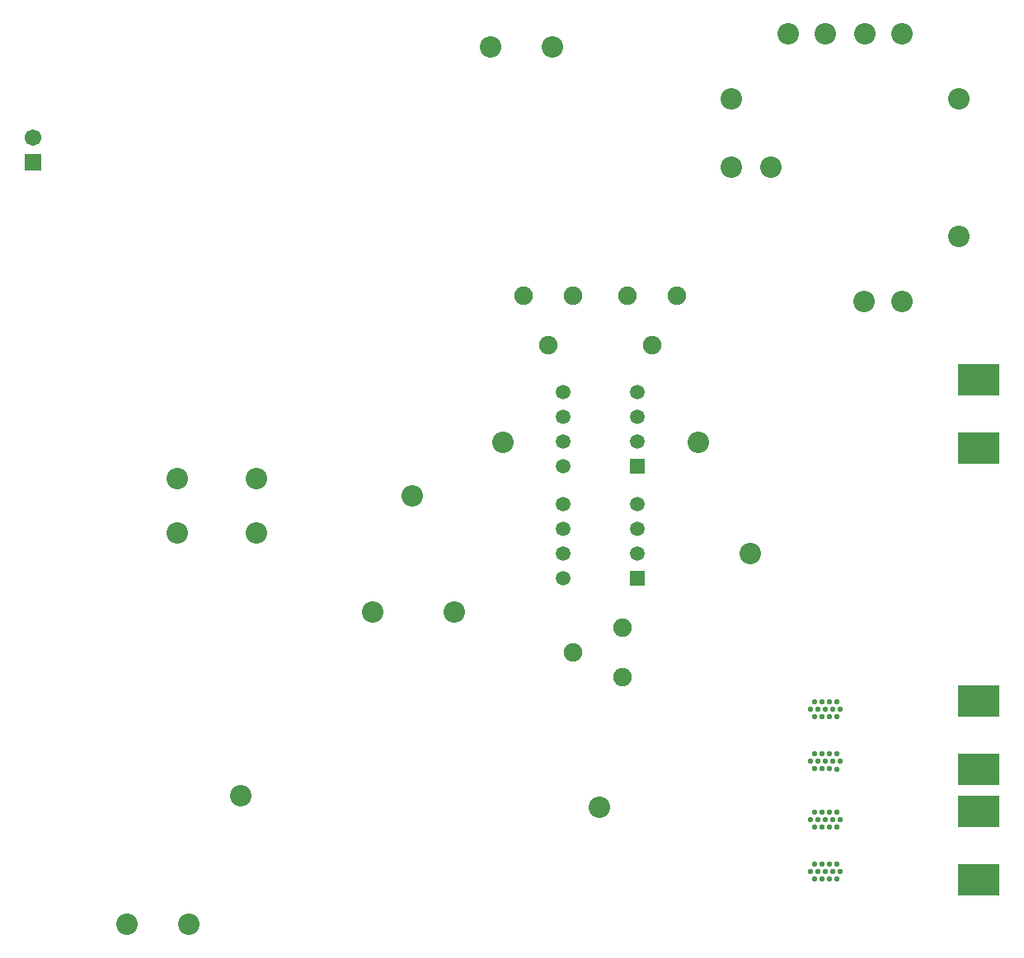
<source format=gbs>
%FSLAX23Y23*%
%MOIN*%
G70*
G01*
G75*
G04 Layer_Color=16711935*
%ADD10C,0.010*%
%ADD11C,0.015*%
%ADD12C,0.012*%
%ADD13C,0.020*%
%ADD14R,0.315X0.017*%
%ADD15R,0.157X0.118*%
G04:AMPARAMS|DCode=16|XSize=28mil|YSize=51mil|CornerRadius=4mil|HoleSize=0mil|Usage=FLASHONLY|Rotation=270.000|XOffset=0mil|YOffset=0mil|HoleType=Round|Shape=RoundedRectangle|*
%AMROUNDEDRECTD16*
21,1,0.028,0.043,0,0,270.0*
21,1,0.019,0.051,0,0,270.0*
1,1,0.008,-0.021,-0.010*
1,1,0.008,-0.021,0.010*
1,1,0.008,0.021,0.010*
1,1,0.008,0.021,-0.010*
%
%ADD16ROUNDEDRECTD16*%
G04:AMPARAMS|DCode=17|XSize=24mil|YSize=24mil|CornerRadius=5mil|HoleSize=0mil|Usage=FLASHONLY|Rotation=0.000|XOffset=0mil|YOffset=0mil|HoleType=Round|Shape=RoundedRectangle|*
%AMROUNDEDRECTD17*
21,1,0.024,0.014,0,0,0.0*
21,1,0.014,0.024,0,0,0.0*
1,1,0.009,0.007,-0.007*
1,1,0.009,-0.007,-0.007*
1,1,0.009,-0.007,0.007*
1,1,0.009,0.007,0.007*
%
%ADD17ROUNDEDRECTD17*%
G04:AMPARAMS|DCode=18|XSize=24mil|YSize=24mil|CornerRadius=5mil|HoleSize=0mil|Usage=FLASHONLY|Rotation=270.000|XOffset=0mil|YOffset=0mil|HoleType=Round|Shape=RoundedRectangle|*
%AMROUNDEDRECTD18*
21,1,0.024,0.014,0,0,270.0*
21,1,0.014,0.024,0,0,270.0*
1,1,0.009,-0.007,-0.007*
1,1,0.009,-0.007,0.007*
1,1,0.009,0.007,0.007*
1,1,0.009,0.007,-0.007*
%
%ADD18ROUNDEDRECTD18*%
G04:AMPARAMS|DCode=19|XSize=28mil|YSize=51mil|CornerRadius=4mil|HoleSize=0mil|Usage=FLASHONLY|Rotation=0.000|XOffset=0mil|YOffset=0mil|HoleType=Round|Shape=RoundedRectangle|*
%AMROUNDEDRECTD19*
21,1,0.028,0.043,0,0,0.0*
21,1,0.019,0.051,0,0,0.0*
1,1,0.008,0.010,-0.021*
1,1,0.008,-0.010,-0.021*
1,1,0.008,-0.010,0.021*
1,1,0.008,0.010,0.021*
%
%ADD19ROUNDEDRECTD19*%
G04:AMPARAMS|DCode=20|XSize=24mil|YSize=24mil|CornerRadius=6mil|HoleSize=0mil|Usage=FLASHONLY|Rotation=90.000|XOffset=0mil|YOffset=0mil|HoleType=Round|Shape=RoundedRectangle|*
%AMROUNDEDRECTD20*
21,1,0.024,0.012,0,0,90.0*
21,1,0.012,0.024,0,0,90.0*
1,1,0.012,0.006,0.006*
1,1,0.012,0.006,-0.006*
1,1,0.012,-0.006,-0.006*
1,1,0.012,-0.006,0.006*
%
%ADD20ROUNDEDRECTD20*%
G04:AMPARAMS|DCode=21|XSize=24mil|YSize=24mil|CornerRadius=6mil|HoleSize=0mil|Usage=FLASHONLY|Rotation=135.000|XOffset=0mil|YOffset=0mil|HoleType=Round|Shape=RoundedRectangle|*
%AMROUNDEDRECTD21*
21,1,0.024,0.012,0,0,135.0*
21,1,0.012,0.024,0,0,135.0*
1,1,0.012,0.000,0.008*
1,1,0.012,0.008,0.000*
1,1,0.012,0.000,-0.008*
1,1,0.012,-0.008,0.000*
%
%ADD21ROUNDEDRECTD21*%
G04:AMPARAMS|DCode=22|XSize=24mil|YSize=24mil|CornerRadius=6mil|HoleSize=0mil|Usage=FLASHONLY|Rotation=45.000|XOffset=0mil|YOffset=0mil|HoleType=Round|Shape=RoundedRectangle|*
%AMROUNDEDRECTD22*
21,1,0.024,0.012,0,0,45.0*
21,1,0.012,0.024,0,0,45.0*
1,1,0.012,0.008,0.000*
1,1,0.012,0.000,-0.008*
1,1,0.012,-0.008,0.000*
1,1,0.012,0.000,0.008*
%
%ADD22ROUNDEDRECTD22*%
G04:AMPARAMS|DCode=23|XSize=35mil|YSize=35mil|CornerRadius=5mil|HoleSize=0mil|Usage=FLASHONLY|Rotation=270.000|XOffset=0mil|YOffset=0mil|HoleType=Round|Shape=RoundedRectangle|*
%AMROUNDEDRECTD23*
21,1,0.035,0.025,0,0,270.0*
21,1,0.025,0.035,0,0,270.0*
1,1,0.011,-0.012,-0.012*
1,1,0.011,-0.012,0.012*
1,1,0.011,0.012,0.012*
1,1,0.011,0.012,-0.012*
%
%ADD23ROUNDEDRECTD23*%
G04:AMPARAMS|DCode=24|XSize=31mil|YSize=51mil|CornerRadius=5mil|HoleSize=0mil|Usage=FLASHONLY|Rotation=270.000|XOffset=0mil|YOffset=0mil|HoleType=Round|Shape=RoundedRectangle|*
%AMROUNDEDRECTD24*
21,1,0.031,0.042,0,0,270.0*
21,1,0.022,0.051,0,0,270.0*
1,1,0.009,-0.021,-0.011*
1,1,0.009,-0.021,0.011*
1,1,0.009,0.021,0.011*
1,1,0.009,0.021,-0.011*
%
%ADD24ROUNDEDRECTD24*%
G04:AMPARAMS|DCode=25|XSize=31mil|YSize=51mil|CornerRadius=5mil|HoleSize=0mil|Usage=FLASHONLY|Rotation=0.000|XOffset=0mil|YOffset=0mil|HoleType=Round|Shape=RoundedRectangle|*
%AMROUNDEDRECTD25*
21,1,0.031,0.042,0,0,0.0*
21,1,0.022,0.051,0,0,0.0*
1,1,0.009,0.011,-0.021*
1,1,0.009,-0.011,-0.021*
1,1,0.009,-0.011,0.021*
1,1,0.009,0.011,0.021*
%
%ADD25ROUNDEDRECTD25*%
G04:AMPARAMS|DCode=26|XSize=98mil|YSize=98mil|CornerRadius=10mil|HoleSize=0mil|Usage=FLASHONLY|Rotation=0.000|XOffset=0mil|YOffset=0mil|HoleType=Round|Shape=RoundedRectangle|*
%AMROUNDEDRECTD26*
21,1,0.098,0.079,0,0,0.0*
21,1,0.079,0.098,0,0,0.0*
1,1,0.020,0.039,-0.039*
1,1,0.020,-0.039,-0.039*
1,1,0.020,-0.039,0.039*
1,1,0.020,0.039,0.039*
%
%ADD26ROUNDEDRECTD26*%
G04:AMPARAMS|DCode=27|XSize=13mil|YSize=12mil|CornerRadius=3mil|HoleSize=0mil|Usage=FLASHONLY|Rotation=90.000|XOffset=0mil|YOffset=0mil|HoleType=Round|Shape=RoundedRectangle|*
%AMROUNDEDRECTD27*
21,1,0.013,0.006,0,0,90.0*
21,1,0.007,0.012,0,0,90.0*
1,1,0.006,0.003,0.003*
1,1,0.006,0.003,-0.003*
1,1,0.006,-0.003,-0.003*
1,1,0.006,-0.003,0.003*
%
%ADD27ROUNDEDRECTD27*%
%ADD28R,0.012X0.012*%
G04:AMPARAMS|DCode=29|XSize=12mil|YSize=13mil|CornerRadius=3mil|HoleSize=0mil|Usage=FLASHONLY|Rotation=180.000|XOffset=0mil|YOffset=0mil|HoleType=Round|Shape=RoundedRectangle|*
%AMROUNDEDRECTD29*
21,1,0.012,0.007,0,0,180.0*
21,1,0.006,0.013,0,0,180.0*
1,1,0.006,-0.003,0.003*
1,1,0.006,0.003,0.003*
1,1,0.006,0.003,-0.003*
1,1,0.006,-0.003,-0.003*
%
%ADD29ROUNDEDRECTD29*%
%ADD30R,0.012X0.013*%
%ADD31R,0.012X0.013*%
%ADD32R,0.017X0.070*%
G04:AMPARAMS|DCode=33|XSize=24mil|YSize=24mil|CornerRadius=6mil|HoleSize=0mil|Usage=FLASHONLY|Rotation=0.000|XOffset=0mil|YOffset=0mil|HoleType=Round|Shape=RoundedRectangle|*
%AMROUNDEDRECTD33*
21,1,0.024,0.012,0,0,0.0*
21,1,0.012,0.024,0,0,0.0*
1,1,0.012,0.006,-0.006*
1,1,0.012,-0.006,-0.006*
1,1,0.012,-0.006,0.006*
1,1,0.012,0.006,0.006*
%
%ADD33ROUNDEDRECTD33*%
G04:AMPARAMS|DCode=34|XSize=51mil|YSize=59mil|CornerRadius=8mil|HoleSize=0mil|Usage=FLASHONLY|Rotation=270.000|XOffset=0mil|YOffset=0mil|HoleType=Round|Shape=RoundedRectangle|*
%AMROUNDEDRECTD34*
21,1,0.051,0.044,0,0,270.0*
21,1,0.036,0.059,0,0,270.0*
1,1,0.015,-0.022,-0.018*
1,1,0.015,-0.022,0.018*
1,1,0.015,0.022,0.018*
1,1,0.015,0.022,-0.018*
%
%ADD34ROUNDEDRECTD34*%
G04:AMPARAMS|DCode=35|XSize=106mil|YSize=67mil|CornerRadius=10mil|HoleSize=0mil|Usage=FLASHONLY|Rotation=270.000|XOffset=0mil|YOffset=0mil|HoleType=Round|Shape=RoundedRectangle|*
%AMROUNDEDRECTD35*
21,1,0.106,0.047,0,0,270.0*
21,1,0.086,0.067,0,0,270.0*
1,1,0.020,-0.023,-0.043*
1,1,0.020,-0.023,0.043*
1,1,0.020,0.023,0.043*
1,1,0.020,0.023,-0.043*
%
%ADD35ROUNDEDRECTD35*%
G04:AMPARAMS|DCode=36|XSize=51mil|YSize=59mil|CornerRadius=8mil|HoleSize=0mil|Usage=FLASHONLY|Rotation=180.000|XOffset=0mil|YOffset=0mil|HoleType=Round|Shape=RoundedRectangle|*
%AMROUNDEDRECTD36*
21,1,0.051,0.044,0,0,180.0*
21,1,0.036,0.059,0,0,180.0*
1,1,0.015,-0.018,0.022*
1,1,0.015,0.018,0.022*
1,1,0.015,0.018,-0.022*
1,1,0.015,-0.018,-0.022*
%
%ADD36ROUNDEDRECTD36*%
G04:AMPARAMS|DCode=37|XSize=35mil|YSize=35mil|CornerRadius=5mil|HoleSize=0mil|Usage=FLASHONLY|Rotation=0.000|XOffset=0mil|YOffset=0mil|HoleType=Round|Shape=RoundedRectangle|*
%AMROUNDEDRECTD37*
21,1,0.035,0.025,0,0,0.0*
21,1,0.025,0.035,0,0,0.0*
1,1,0.011,0.012,-0.012*
1,1,0.011,-0.012,-0.012*
1,1,0.011,-0.012,0.012*
1,1,0.011,0.012,0.012*
%
%ADD37ROUNDEDRECTD37*%
G04:AMPARAMS|DCode=38|XSize=47mil|YSize=47mil|CornerRadius=7mil|HoleSize=0mil|Usage=FLASHONLY|Rotation=270.000|XOffset=0mil|YOffset=0mil|HoleType=Round|Shape=RoundedRectangle|*
%AMROUNDEDRECTD38*
21,1,0.047,0.033,0,0,270.0*
21,1,0.033,0.047,0,0,270.0*
1,1,0.014,-0.017,-0.017*
1,1,0.014,-0.017,0.017*
1,1,0.014,0.017,0.017*
1,1,0.014,0.017,-0.017*
%
%ADD38ROUNDEDRECTD38*%
G04:AMPARAMS|DCode=39|XSize=51mil|YSize=47mil|CornerRadius=7mil|HoleSize=0mil|Usage=FLASHONLY|Rotation=90.000|XOffset=0mil|YOffset=0mil|HoleType=Round|Shape=RoundedRectangle|*
%AMROUNDEDRECTD39*
21,1,0.051,0.033,0,0,90.0*
21,1,0.037,0.047,0,0,90.0*
1,1,0.014,0.017,0.019*
1,1,0.014,0.017,-0.019*
1,1,0.014,-0.017,-0.019*
1,1,0.014,-0.017,0.019*
%
%ADD39ROUNDEDRECTD39*%
G04:AMPARAMS|DCode=40|XSize=114mil|YSize=213mil|CornerRadius=29mil|HoleSize=0mil|Usage=FLASHONLY|Rotation=90.000|XOffset=0mil|YOffset=0mil|HoleType=Round|Shape=RoundedRectangle|*
%AMROUNDEDRECTD40*
21,1,0.114,0.156,0,0,90.0*
21,1,0.057,0.213,0,0,90.0*
1,1,0.057,0.078,0.029*
1,1,0.057,0.078,-0.029*
1,1,0.057,-0.078,-0.029*
1,1,0.057,-0.078,0.029*
%
%ADD40ROUNDEDRECTD40*%
G04:AMPARAMS|DCode=41|XSize=47mil|YSize=47mil|CornerRadius=12mil|HoleSize=0mil|Usage=FLASHONLY|Rotation=90.000|XOffset=0mil|YOffset=0mil|HoleType=Round|Shape=RoundedRectangle|*
%AMROUNDEDRECTD41*
21,1,0.047,0.024,0,0,90.0*
21,1,0.024,0.047,0,0,90.0*
1,1,0.024,0.012,0.012*
1,1,0.024,0.012,-0.012*
1,1,0.024,-0.012,-0.012*
1,1,0.024,-0.012,0.012*
%
%ADD41ROUNDEDRECTD41*%
G04:AMPARAMS|DCode=42|XSize=47mil|YSize=47mil|CornerRadius=12mil|HoleSize=0mil|Usage=FLASHONLY|Rotation=0.000|XOffset=0mil|YOffset=0mil|HoleType=Round|Shape=RoundedRectangle|*
%AMROUNDEDRECTD42*
21,1,0.047,0.024,0,0,0.0*
21,1,0.024,0.047,0,0,0.0*
1,1,0.024,0.012,-0.012*
1,1,0.024,-0.012,-0.012*
1,1,0.024,-0.012,0.012*
1,1,0.024,0.012,0.012*
%
%ADD42ROUNDEDRECTD42*%
G04:AMPARAMS|DCode=43|XSize=32mil|YSize=28mil|CornerRadius=3mil|HoleSize=0mil|Usage=FLASHONLY|Rotation=180.000|XOffset=0mil|YOffset=0mil|HoleType=Round|Shape=RoundedRectangle|*
%AMROUNDEDRECTD43*
21,1,0.032,0.021,0,0,180.0*
21,1,0.025,0.028,0,0,180.0*
1,1,0.007,-0.012,0.010*
1,1,0.007,0.012,0.010*
1,1,0.007,0.012,-0.010*
1,1,0.007,-0.012,-0.010*
%
%ADD43ROUNDEDRECTD43*%
G04:AMPARAMS|DCode=44|XSize=12mil|YSize=26mil|CornerRadius=1mil|HoleSize=0mil|Usage=FLASHONLY|Rotation=90.000|XOffset=0mil|YOffset=0mil|HoleType=Round|Shape=RoundedRectangle|*
%AMROUNDEDRECTD44*
21,1,0.012,0.023,0,0,90.0*
21,1,0.009,0.026,0,0,90.0*
1,1,0.003,0.012,0.004*
1,1,0.003,0.012,-0.004*
1,1,0.003,-0.012,-0.004*
1,1,0.003,-0.012,0.004*
%
%ADD44ROUNDEDRECTD44*%
%ADD45R,0.110X0.085*%
%ADD46R,0.120X0.090*%
%ADD47R,0.060X0.060*%
G04:AMPARAMS|DCode=48|XSize=59mil|YSize=157mil|CornerRadius=15mil|HoleSize=0mil|Usage=FLASHONLY|Rotation=0.000|XOffset=0mil|YOffset=0mil|HoleType=Round|Shape=RoundedRectangle|*
%AMROUNDEDRECTD48*
21,1,0.059,0.128,0,0,0.0*
21,1,0.030,0.157,0,0,0.0*
1,1,0.030,0.015,-0.064*
1,1,0.030,-0.015,-0.064*
1,1,0.030,-0.015,0.064*
1,1,0.030,0.015,0.064*
%
%ADD48ROUNDEDRECTD48*%
G04:AMPARAMS|DCode=49|XSize=421mil|YSize=339mil|CornerRadius=34mil|HoleSize=0mil|Usage=FLASHONLY|Rotation=0.000|XOffset=0mil|YOffset=0mil|HoleType=Round|Shape=RoundedRectangle|*
%AMROUNDEDRECTD49*
21,1,0.421,0.271,0,0,0.0*
21,1,0.354,0.339,0,0,0.0*
1,1,0.068,0.177,-0.135*
1,1,0.068,-0.177,-0.135*
1,1,0.068,-0.177,0.135*
1,1,0.068,0.177,0.135*
%
%ADD49ROUNDEDRECTD49*%
G04:AMPARAMS|DCode=50|XSize=16mil|YSize=40mil|CornerRadius=4mil|HoleSize=0mil|Usage=FLASHONLY|Rotation=270.000|XOffset=0mil|YOffset=0mil|HoleType=Round|Shape=RoundedRectangle|*
%AMROUNDEDRECTD50*
21,1,0.016,0.032,0,0,270.0*
21,1,0.008,0.040,0,0,270.0*
1,1,0.008,-0.016,-0.004*
1,1,0.008,-0.016,0.004*
1,1,0.008,0.016,0.004*
1,1,0.008,0.016,-0.004*
%
%ADD50ROUNDEDRECTD50*%
%ADD51R,0.051X0.106*%
%ADD52R,0.106X0.051*%
G04:AMPARAMS|DCode=53|XSize=98mil|YSize=138mil|CornerRadius=25mil|HoleSize=0mil|Usage=FLASHONLY|Rotation=0.000|XOffset=0mil|YOffset=0mil|HoleType=Round|Shape=RoundedRectangle|*
%AMROUNDEDRECTD53*
21,1,0.098,0.089,0,0,0.0*
21,1,0.049,0.138,0,0,0.0*
1,1,0.049,0.025,-0.044*
1,1,0.049,-0.025,-0.044*
1,1,0.049,-0.025,0.044*
1,1,0.049,0.025,0.044*
%
%ADD53ROUNDEDRECTD53*%
G04:AMPARAMS|DCode=54|XSize=47mil|YSize=47mil|CornerRadius=7mil|HoleSize=0mil|Usage=FLASHONLY|Rotation=180.000|XOffset=0mil|YOffset=0mil|HoleType=Round|Shape=RoundedRectangle|*
%AMROUNDEDRECTD54*
21,1,0.047,0.033,0,0,180.0*
21,1,0.033,0.047,0,0,180.0*
1,1,0.014,-0.017,0.017*
1,1,0.014,0.017,0.017*
1,1,0.014,0.017,-0.017*
1,1,0.014,-0.017,-0.017*
%
%ADD54ROUNDEDRECTD54*%
%ADD55C,0.017*%
%ADD56C,0.025*%
%ADD57C,0.014*%
%ADD58C,0.079*%
%ADD59C,0.067*%
%ADD60R,0.051X0.051*%
%ADD61C,0.051*%
%ADD62C,0.059*%
%ADD63R,0.059X0.059*%
%ADD64C,0.028*%
%ADD65C,0.016*%
%ADD66C,0.080*%
%ADD67C,0.030*%
%ADD68C,0.006*%
%ADD69C,0.016*%
%ADD70C,0.020*%
%ADD71C,0.008*%
%ADD72C,0.006*%
%ADD73C,0.003*%
%ADD74C,0.004*%
%ADD75C,0.004*%
%ADD76C,0.003*%
%ADD77C,0.008*%
%ADD78R,0.017X0.008*%
G04:AMPARAMS|DCode=79|XSize=19mil|YSize=19mil|CornerRadius=4mil|HoleSize=0mil|Usage=FLASHONLY|Rotation=90.000|XOffset=0mil|YOffset=0mil|HoleType=Round|Shape=RoundedRectangle|*
%AMROUNDEDRECTD79*
21,1,0.019,0.012,0,0,90.0*
21,1,0.012,0.019,0,0,90.0*
1,1,0.007,0.006,0.006*
1,1,0.007,0.006,-0.006*
1,1,0.007,-0.006,-0.006*
1,1,0.007,-0.006,0.006*
%
%ADD79ROUNDEDRECTD79*%
G04:AMPARAMS|DCode=80|XSize=19mil|YSize=19mil|CornerRadius=4mil|HoleSize=0mil|Usage=FLASHONLY|Rotation=135.000|XOffset=0mil|YOffset=0mil|HoleType=Round|Shape=RoundedRectangle|*
%AMROUNDEDRECTD80*
21,1,0.019,0.012,0,0,135.0*
21,1,0.012,0.019,0,0,135.0*
1,1,0.007,0.000,0.008*
1,1,0.007,0.008,0.000*
1,1,0.007,0.000,-0.008*
1,1,0.007,-0.008,0.000*
%
%ADD80ROUNDEDRECTD80*%
G04:AMPARAMS|DCode=81|XSize=19mil|YSize=19mil|CornerRadius=4mil|HoleSize=0mil|Usage=FLASHONLY|Rotation=45.000|XOffset=0mil|YOffset=0mil|HoleType=Round|Shape=RoundedRectangle|*
%AMROUNDEDRECTD81*
21,1,0.019,0.012,0,0,45.0*
21,1,0.012,0.019,0,0,45.0*
1,1,0.007,0.008,0.000*
1,1,0.007,0.000,-0.008*
1,1,0.007,-0.008,0.000*
1,1,0.007,0.000,0.008*
%
%ADD81ROUNDEDRECTD81*%
G04:AMPARAMS|DCode=82|XSize=19mil|YSize=19mil|CornerRadius=4mil|HoleSize=0mil|Usage=FLASHONLY|Rotation=0.000|XOffset=0mil|YOffset=0mil|HoleType=Round|Shape=RoundedRectangle|*
%AMROUNDEDRECTD82*
21,1,0.019,0.012,0,0,0.0*
21,1,0.012,0.019,0,0,0.0*
1,1,0.007,0.006,-0.006*
1,1,0.007,-0.006,-0.006*
1,1,0.007,-0.006,0.006*
1,1,0.007,0.006,0.006*
%
%ADD82ROUNDEDRECTD82*%
%ADD83R,0.323X0.025*%
%ADD84R,0.165X0.126*%
G04:AMPARAMS|DCode=85|XSize=36mil|YSize=59mil|CornerRadius=8mil|HoleSize=0mil|Usage=FLASHONLY|Rotation=270.000|XOffset=0mil|YOffset=0mil|HoleType=Round|Shape=RoundedRectangle|*
%AMROUNDEDRECTD85*
21,1,0.036,0.043,0,0,270.0*
21,1,0.019,0.059,0,0,270.0*
1,1,0.016,-0.021,-0.010*
1,1,0.016,-0.021,0.010*
1,1,0.016,0.021,0.010*
1,1,0.016,0.021,-0.010*
%
%ADD85ROUNDEDRECTD85*%
G04:AMPARAMS|DCode=86|XSize=32mil|YSize=32mil|CornerRadius=9mil|HoleSize=0mil|Usage=FLASHONLY|Rotation=0.000|XOffset=0mil|YOffset=0mil|HoleType=Round|Shape=RoundedRectangle|*
%AMROUNDEDRECTD86*
21,1,0.032,0.014,0,0,0.0*
21,1,0.014,0.032,0,0,0.0*
1,1,0.017,0.007,-0.007*
1,1,0.017,-0.007,-0.007*
1,1,0.017,-0.007,0.007*
1,1,0.017,0.007,0.007*
%
%ADD86ROUNDEDRECTD86*%
G04:AMPARAMS|DCode=87|XSize=32mil|YSize=32mil|CornerRadius=9mil|HoleSize=0mil|Usage=FLASHONLY|Rotation=270.000|XOffset=0mil|YOffset=0mil|HoleType=Round|Shape=RoundedRectangle|*
%AMROUNDEDRECTD87*
21,1,0.032,0.014,0,0,270.0*
21,1,0.014,0.032,0,0,270.0*
1,1,0.017,-0.007,-0.007*
1,1,0.017,-0.007,0.007*
1,1,0.017,0.007,0.007*
1,1,0.017,0.007,-0.007*
%
%ADD87ROUNDEDRECTD87*%
G04:AMPARAMS|DCode=88|XSize=36mil|YSize=59mil|CornerRadius=8mil|HoleSize=0mil|Usage=FLASHONLY|Rotation=0.000|XOffset=0mil|YOffset=0mil|HoleType=Round|Shape=RoundedRectangle|*
%AMROUNDEDRECTD88*
21,1,0.036,0.043,0,0,0.0*
21,1,0.019,0.059,0,0,0.0*
1,1,0.016,0.010,-0.021*
1,1,0.016,-0.010,-0.021*
1,1,0.016,-0.010,0.021*
1,1,0.016,0.010,0.021*
%
%ADD88ROUNDEDRECTD88*%
G04:AMPARAMS|DCode=89|XSize=32mil|YSize=32mil|CornerRadius=10mil|HoleSize=0mil|Usage=FLASHONLY|Rotation=90.000|XOffset=0mil|YOffset=0mil|HoleType=Round|Shape=RoundedRectangle|*
%AMROUNDEDRECTD89*
21,1,0.032,0.012,0,0,90.0*
21,1,0.012,0.032,0,0,90.0*
1,1,0.020,0.006,0.006*
1,1,0.020,0.006,-0.006*
1,1,0.020,-0.006,-0.006*
1,1,0.020,-0.006,0.006*
%
%ADD89ROUNDEDRECTD89*%
G04:AMPARAMS|DCode=90|XSize=32mil|YSize=32mil|CornerRadius=10mil|HoleSize=0mil|Usage=FLASHONLY|Rotation=135.000|XOffset=0mil|YOffset=0mil|HoleType=Round|Shape=RoundedRectangle|*
%AMROUNDEDRECTD90*
21,1,0.032,0.012,0,0,135.0*
21,1,0.012,0.032,0,0,135.0*
1,1,0.020,0.000,0.008*
1,1,0.020,0.008,0.000*
1,1,0.020,0.000,-0.008*
1,1,0.020,-0.008,0.000*
%
%ADD90ROUNDEDRECTD90*%
G04:AMPARAMS|DCode=91|XSize=32mil|YSize=32mil|CornerRadius=10mil|HoleSize=0mil|Usage=FLASHONLY|Rotation=45.000|XOffset=0mil|YOffset=0mil|HoleType=Round|Shape=RoundedRectangle|*
%AMROUNDEDRECTD91*
21,1,0.032,0.012,0,0,45.0*
21,1,0.012,0.032,0,0,45.0*
1,1,0.020,0.008,0.000*
1,1,0.020,0.000,-0.008*
1,1,0.020,-0.008,0.000*
1,1,0.020,0.000,0.008*
%
%ADD91ROUNDEDRECTD91*%
G04:AMPARAMS|DCode=92|XSize=43mil|YSize=43mil|CornerRadius=9mil|HoleSize=0mil|Usage=FLASHONLY|Rotation=270.000|XOffset=0mil|YOffset=0mil|HoleType=Round|Shape=RoundedRectangle|*
%AMROUNDEDRECTD92*
21,1,0.043,0.025,0,0,270.0*
21,1,0.025,0.043,0,0,270.0*
1,1,0.019,-0.012,-0.012*
1,1,0.019,-0.012,0.012*
1,1,0.019,0.012,0.012*
1,1,0.019,0.012,-0.012*
%
%ADD92ROUNDEDRECTD92*%
G04:AMPARAMS|DCode=93|XSize=39mil|YSize=59mil|CornerRadius=9mil|HoleSize=0mil|Usage=FLASHONLY|Rotation=270.000|XOffset=0mil|YOffset=0mil|HoleType=Round|Shape=RoundedRectangle|*
%AMROUNDEDRECTD93*
21,1,0.039,0.042,0,0,270.0*
21,1,0.022,0.059,0,0,270.0*
1,1,0.017,-0.021,-0.011*
1,1,0.017,-0.021,0.011*
1,1,0.017,0.021,0.011*
1,1,0.017,0.021,-0.011*
%
%ADD93ROUNDEDRECTD93*%
G04:AMPARAMS|DCode=94|XSize=39mil|YSize=59mil|CornerRadius=9mil|HoleSize=0mil|Usage=FLASHONLY|Rotation=0.000|XOffset=0mil|YOffset=0mil|HoleType=Round|Shape=RoundedRectangle|*
%AMROUNDEDRECTD94*
21,1,0.039,0.042,0,0,0.0*
21,1,0.022,0.059,0,0,0.0*
1,1,0.017,0.011,-0.021*
1,1,0.017,-0.011,-0.021*
1,1,0.017,-0.011,0.021*
1,1,0.017,0.011,0.021*
%
%ADD94ROUNDEDRECTD94*%
G04:AMPARAMS|DCode=95|XSize=102mil|YSize=102mil|CornerRadius=12mil|HoleSize=0mil|Usage=FLASHONLY|Rotation=0.000|XOffset=0mil|YOffset=0mil|HoleType=Round|Shape=RoundedRectangle|*
%AMROUNDEDRECTD95*
21,1,0.102,0.079,0,0,0.0*
21,1,0.079,0.102,0,0,0.0*
1,1,0.024,0.039,-0.039*
1,1,0.024,-0.039,-0.039*
1,1,0.024,-0.039,0.039*
1,1,0.024,0.039,0.039*
%
%ADD95ROUNDEDRECTD95*%
G04:AMPARAMS|DCode=96|XSize=17mil|YSize=16mil|CornerRadius=5mil|HoleSize=0mil|Usage=FLASHONLY|Rotation=90.000|XOffset=0mil|YOffset=0mil|HoleType=Round|Shape=RoundedRectangle|*
%AMROUNDEDRECTD96*
21,1,0.017,0.006,0,0,90.0*
21,1,0.007,0.016,0,0,90.0*
1,1,0.010,0.003,0.003*
1,1,0.010,0.003,-0.003*
1,1,0.010,-0.003,-0.003*
1,1,0.010,-0.003,0.003*
%
%ADD96ROUNDEDRECTD96*%
%ADD97R,0.016X0.016*%
G04:AMPARAMS|DCode=98|XSize=16mil|YSize=17mil|CornerRadius=5mil|HoleSize=0mil|Usage=FLASHONLY|Rotation=180.000|XOffset=0mil|YOffset=0mil|HoleType=Round|Shape=RoundedRectangle|*
%AMROUNDEDRECTD98*
21,1,0.016,0.007,0,0,180.0*
21,1,0.006,0.017,0,0,180.0*
1,1,0.010,-0.003,0.003*
1,1,0.010,0.003,0.003*
1,1,0.010,0.003,-0.003*
1,1,0.010,-0.003,-0.003*
%
%ADD98ROUNDEDRECTD98*%
%ADD99R,0.016X0.017*%
%ADD100R,0.016X0.017*%
%ADD101R,0.025X0.078*%
G04:AMPARAMS|DCode=102|XSize=32mil|YSize=32mil|CornerRadius=10mil|HoleSize=0mil|Usage=FLASHONLY|Rotation=0.000|XOffset=0mil|YOffset=0mil|HoleType=Round|Shape=RoundedRectangle|*
%AMROUNDEDRECTD102*
21,1,0.032,0.012,0,0,0.0*
21,1,0.012,0.032,0,0,0.0*
1,1,0.020,0.006,-0.006*
1,1,0.020,-0.006,-0.006*
1,1,0.020,-0.006,0.006*
1,1,0.020,0.006,0.006*
%
%ADD102ROUNDEDRECTD102*%
G04:AMPARAMS|DCode=103|XSize=59mil|YSize=67mil|CornerRadius=12mil|HoleSize=0mil|Usage=FLASHONLY|Rotation=270.000|XOffset=0mil|YOffset=0mil|HoleType=Round|Shape=RoundedRectangle|*
%AMROUNDEDRECTD103*
21,1,0.059,0.044,0,0,270.0*
21,1,0.036,0.067,0,0,270.0*
1,1,0.023,-0.022,-0.018*
1,1,0.023,-0.022,0.018*
1,1,0.023,0.022,0.018*
1,1,0.023,0.022,-0.018*
%
%ADD103ROUNDEDRECTD103*%
G04:AMPARAMS|DCode=104|XSize=114mil|YSize=75mil|CornerRadius=14mil|HoleSize=0mil|Usage=FLASHONLY|Rotation=270.000|XOffset=0mil|YOffset=0mil|HoleType=Round|Shape=RoundedRectangle|*
%AMROUNDEDRECTD104*
21,1,0.114,0.047,0,0,270.0*
21,1,0.086,0.075,0,0,270.0*
1,1,0.028,-0.023,-0.043*
1,1,0.028,-0.023,0.043*
1,1,0.028,0.023,0.043*
1,1,0.028,0.023,-0.043*
%
%ADD104ROUNDEDRECTD104*%
G04:AMPARAMS|DCode=105|XSize=59mil|YSize=67mil|CornerRadius=12mil|HoleSize=0mil|Usage=FLASHONLY|Rotation=180.000|XOffset=0mil|YOffset=0mil|HoleType=Round|Shape=RoundedRectangle|*
%AMROUNDEDRECTD105*
21,1,0.059,0.044,0,0,180.0*
21,1,0.036,0.067,0,0,180.0*
1,1,0.023,-0.018,0.022*
1,1,0.023,0.018,0.022*
1,1,0.023,0.018,-0.022*
1,1,0.023,-0.018,-0.022*
%
%ADD105ROUNDEDRECTD105*%
G04:AMPARAMS|DCode=106|XSize=43mil|YSize=43mil|CornerRadius=9mil|HoleSize=0mil|Usage=FLASHONLY|Rotation=0.000|XOffset=0mil|YOffset=0mil|HoleType=Round|Shape=RoundedRectangle|*
%AMROUNDEDRECTD106*
21,1,0.043,0.025,0,0,0.0*
21,1,0.025,0.043,0,0,0.0*
1,1,0.019,0.012,-0.012*
1,1,0.019,-0.012,-0.012*
1,1,0.019,-0.012,0.012*
1,1,0.019,0.012,0.012*
%
%ADD106ROUNDEDRECTD106*%
G04:AMPARAMS|DCode=107|XSize=55mil|YSize=55mil|CornerRadius=11mil|HoleSize=0mil|Usage=FLASHONLY|Rotation=270.000|XOffset=0mil|YOffset=0mil|HoleType=Round|Shape=RoundedRectangle|*
%AMROUNDEDRECTD107*
21,1,0.055,0.033,0,0,270.0*
21,1,0.033,0.055,0,0,270.0*
1,1,0.022,-0.017,-0.017*
1,1,0.022,-0.017,0.017*
1,1,0.022,0.017,0.017*
1,1,0.022,0.017,-0.017*
%
%ADD107ROUNDEDRECTD107*%
G04:AMPARAMS|DCode=108|XSize=59mil|YSize=55mil|CornerRadius=11mil|HoleSize=0mil|Usage=FLASHONLY|Rotation=90.000|XOffset=0mil|YOffset=0mil|HoleType=Round|Shape=RoundedRectangle|*
%AMROUNDEDRECTD108*
21,1,0.059,0.033,0,0,90.0*
21,1,0.037,0.055,0,0,90.0*
1,1,0.022,0.017,0.019*
1,1,0.022,0.017,-0.019*
1,1,0.022,-0.017,-0.019*
1,1,0.022,-0.017,0.019*
%
%ADD108ROUNDEDRECTD108*%
G04:AMPARAMS|DCode=109|XSize=122mil|YSize=221mil|CornerRadius=33mil|HoleSize=0mil|Usage=FLASHONLY|Rotation=90.000|XOffset=0mil|YOffset=0mil|HoleType=Round|Shape=RoundedRectangle|*
%AMROUNDEDRECTD109*
21,1,0.122,0.156,0,0,90.0*
21,1,0.057,0.221,0,0,90.0*
1,1,0.065,0.078,0.029*
1,1,0.065,0.078,-0.029*
1,1,0.065,-0.078,-0.029*
1,1,0.065,-0.078,0.029*
%
%ADD109ROUNDEDRECTD109*%
G04:AMPARAMS|DCode=110|XSize=55mil|YSize=55mil|CornerRadius=16mil|HoleSize=0mil|Usage=FLASHONLY|Rotation=90.000|XOffset=0mil|YOffset=0mil|HoleType=Round|Shape=RoundedRectangle|*
%AMROUNDEDRECTD110*
21,1,0.055,0.024,0,0,90.0*
21,1,0.024,0.055,0,0,90.0*
1,1,0.032,0.012,0.012*
1,1,0.032,0.012,-0.012*
1,1,0.032,-0.012,-0.012*
1,1,0.032,-0.012,0.012*
%
%ADD110ROUNDEDRECTD110*%
G04:AMPARAMS|DCode=111|XSize=55mil|YSize=55mil|CornerRadius=16mil|HoleSize=0mil|Usage=FLASHONLY|Rotation=0.000|XOffset=0mil|YOffset=0mil|HoleType=Round|Shape=RoundedRectangle|*
%AMROUNDEDRECTD111*
21,1,0.055,0.024,0,0,0.0*
21,1,0.024,0.055,0,0,0.0*
1,1,0.032,0.012,-0.012*
1,1,0.032,-0.012,-0.012*
1,1,0.032,-0.012,0.012*
1,1,0.032,0.012,0.012*
%
%ADD111ROUNDEDRECTD111*%
G04:AMPARAMS|DCode=112|XSize=38mil|YSize=34mil|CornerRadius=6mil|HoleSize=0mil|Usage=FLASHONLY|Rotation=180.000|XOffset=0mil|YOffset=0mil|HoleType=Round|Shape=RoundedRectangle|*
%AMROUNDEDRECTD112*
21,1,0.038,0.021,0,0,180.0*
21,1,0.025,0.034,0,0,180.0*
1,1,0.013,-0.012,0.010*
1,1,0.013,0.012,0.010*
1,1,0.013,0.012,-0.010*
1,1,0.013,-0.012,-0.010*
%
%ADD112ROUNDEDRECTD112*%
G04:AMPARAMS|DCode=113|XSize=18mil|YSize=32mil|CornerRadius=4mil|HoleSize=0mil|Usage=FLASHONLY|Rotation=90.000|XOffset=0mil|YOffset=0mil|HoleType=Round|Shape=RoundedRectangle|*
%AMROUNDEDRECTD113*
21,1,0.018,0.023,0,0,90.0*
21,1,0.009,0.032,0,0,90.0*
1,1,0.009,0.012,0.004*
1,1,0.009,0.012,-0.004*
1,1,0.009,-0.012,-0.004*
1,1,0.009,-0.012,0.004*
%
%ADD113ROUNDEDRECTD113*%
%ADD114R,0.118X0.093*%
%ADD115R,0.128X0.098*%
%ADD116R,0.068X0.068*%
G04:AMPARAMS|DCode=117|XSize=67mil|YSize=165mil|CornerRadius=19mil|HoleSize=0mil|Usage=FLASHONLY|Rotation=0.000|XOffset=0mil|YOffset=0mil|HoleType=Round|Shape=RoundedRectangle|*
%AMROUNDEDRECTD117*
21,1,0.067,0.128,0,0,0.0*
21,1,0.030,0.165,0,0,0.0*
1,1,0.038,0.015,-0.064*
1,1,0.038,-0.015,-0.064*
1,1,0.038,-0.015,0.064*
1,1,0.038,0.015,0.064*
%
%ADD117ROUNDEDRECTD117*%
G04:AMPARAMS|DCode=118|XSize=429mil|YSize=347mil|CornerRadius=38mil|HoleSize=0mil|Usage=FLASHONLY|Rotation=0.000|XOffset=0mil|YOffset=0mil|HoleType=Round|Shape=RoundedRectangle|*
%AMROUNDEDRECTD118*
21,1,0.429,0.271,0,0,0.0*
21,1,0.354,0.347,0,0,0.0*
1,1,0.076,0.177,-0.135*
1,1,0.076,-0.177,-0.135*
1,1,0.076,-0.177,0.135*
1,1,0.076,0.177,0.135*
%
%ADD118ROUNDEDRECTD118*%
G04:AMPARAMS|DCode=119|XSize=24mil|YSize=48mil|CornerRadius=8mil|HoleSize=0mil|Usage=FLASHONLY|Rotation=270.000|XOffset=0mil|YOffset=0mil|HoleType=Round|Shape=RoundedRectangle|*
%AMROUNDEDRECTD119*
21,1,0.024,0.032,0,0,270.0*
21,1,0.008,0.048,0,0,270.0*
1,1,0.016,-0.016,-0.004*
1,1,0.016,-0.016,0.004*
1,1,0.016,0.016,0.004*
1,1,0.016,0.016,-0.004*
%
%ADD119ROUNDEDRECTD119*%
%ADD120R,0.059X0.114*%
%ADD121R,0.114X0.059*%
G04:AMPARAMS|DCode=122|XSize=106mil|YSize=146mil|CornerRadius=29mil|HoleSize=0mil|Usage=FLASHONLY|Rotation=0.000|XOffset=0mil|YOffset=0mil|HoleType=Round|Shape=RoundedRectangle|*
%AMROUNDEDRECTD122*
21,1,0.106,0.089,0,0,0.0*
21,1,0.049,0.146,0,0,0.0*
1,1,0.057,0.025,-0.044*
1,1,0.057,-0.025,-0.044*
1,1,0.057,-0.025,0.044*
1,1,0.057,0.025,0.044*
%
%ADD122ROUNDEDRECTD122*%
G04:AMPARAMS|DCode=123|XSize=55mil|YSize=55mil|CornerRadius=11mil|HoleSize=0mil|Usage=FLASHONLY|Rotation=180.000|XOffset=0mil|YOffset=0mil|HoleType=Round|Shape=RoundedRectangle|*
%AMROUNDEDRECTD123*
21,1,0.055,0.033,0,0,180.0*
21,1,0.033,0.055,0,0,180.0*
1,1,0.022,-0.017,0.017*
1,1,0.022,0.017,0.017*
1,1,0.022,0.017,-0.017*
1,1,0.022,-0.017,-0.017*
%
%ADD123ROUNDEDRECTD123*%
%ADD124C,0.022*%
%ADD125C,0.087*%
%ADD126C,0.075*%
%ADD127R,0.059X0.059*%
%ADD128C,0.059*%
%ADD129C,0.067*%
%ADD130R,0.067X0.067*%
D84*
X4916Y3217D02*
D03*
Y3493D02*
D03*
Y1917D02*
D03*
Y2193D02*
D03*
Y1472D02*
D03*
Y1748D02*
D03*
D124*
X4250Y1535D02*
D03*
X4280D02*
D03*
X4310D02*
D03*
X4340D02*
D03*
X4235Y1505D02*
D03*
X4265D02*
D03*
X4295D02*
D03*
X4325D02*
D03*
X4355D02*
D03*
X4340Y1473D02*
D03*
X4310Y1475D02*
D03*
X4280D02*
D03*
X4250D02*
D03*
X4340Y1685D02*
D03*
X4310D02*
D03*
X4280D02*
D03*
X4250D02*
D03*
X4235Y1715D02*
D03*
X4265D02*
D03*
X4295D02*
D03*
X4325D02*
D03*
X4355D02*
D03*
X4340Y1745D02*
D03*
X4310D02*
D03*
X4280D02*
D03*
X4250D02*
D03*
Y1980D02*
D03*
X4280D02*
D03*
X4310D02*
D03*
X4340D02*
D03*
X4235Y1950D02*
D03*
X4265D02*
D03*
X4295D02*
D03*
X4325D02*
D03*
X4355D02*
D03*
X4340Y1918D02*
D03*
X4310Y1920D02*
D03*
X4280D02*
D03*
X4250D02*
D03*
X4340Y2130D02*
D03*
X4310D02*
D03*
X4280D02*
D03*
X4250D02*
D03*
X4235Y2160D02*
D03*
X4265D02*
D03*
X4295D02*
D03*
X4325D02*
D03*
X4355D02*
D03*
X4340Y2190D02*
D03*
X4310D02*
D03*
X4280D02*
D03*
X4250D02*
D03*
D125*
X4075Y4355D02*
D03*
X1470Y1290D02*
D03*
X2795Y2555D02*
D03*
X1720Y1290D02*
D03*
X3190Y4840D02*
D03*
X3990Y2790D02*
D03*
X2940Y4840D02*
D03*
X3780Y3240D02*
D03*
X3380Y1765D02*
D03*
X1995Y2875D02*
D03*
X2465Y2555D02*
D03*
X2990Y3240D02*
D03*
X2625Y3025D02*
D03*
X1930Y1810D02*
D03*
X1675Y3095D02*
D03*
X4605Y3810D02*
D03*
X1675Y2875D02*
D03*
X1995Y3095D02*
D03*
X4145Y4895D02*
D03*
X4835Y4075D02*
D03*
X4455Y4895D02*
D03*
X4295D02*
D03*
X4835Y4630D02*
D03*
X4450Y3810D02*
D03*
X3915Y4355D02*
D03*
Y4630D02*
D03*
X4605Y4895D02*
D03*
D126*
X3475Y2290D02*
D03*
X3275Y2390D02*
D03*
X3475Y2490D02*
D03*
X3695Y3835D02*
D03*
X3595Y3635D02*
D03*
X3495Y3835D02*
D03*
X3075D02*
D03*
X3175Y3635D02*
D03*
X3275Y3835D02*
D03*
D127*
X3535Y2690D02*
D03*
Y3145D02*
D03*
D128*
Y2790D02*
D03*
Y2890D02*
D03*
Y2990D02*
D03*
X3235D02*
D03*
Y2890D02*
D03*
Y2790D02*
D03*
Y2690D02*
D03*
Y3145D02*
D03*
Y3245D02*
D03*
Y3345D02*
D03*
Y3445D02*
D03*
X3535D02*
D03*
Y3345D02*
D03*
Y3245D02*
D03*
D129*
X1090Y4475D02*
D03*
D130*
Y4375D02*
D03*
M02*

</source>
